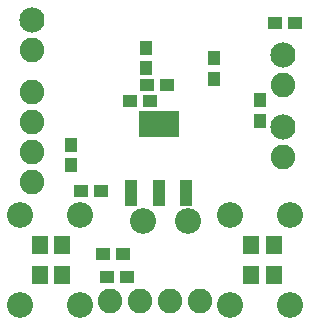
<source format=gbr>
G04 DipTrace 2.4.0.2*
%INTopMask.gbr*%
%MOIN*%
%ADD19O,0.087X0.085*%
%ADD41R,0.0473X0.0434*%
%ADD45R,0.0552X0.0631*%
%ADD47R,0.132X0.0886*%
%ADD49R,0.0414X0.0886*%
%ADD51R,0.0434X0.0473*%
%ADD53C,0.084*%
%ADD55C,0.082*%
%FSLAX44Y44*%
G04*
G70*
G90*
G75*
G01*
%LNTopMask*%
%LPD*%
D55*
X13500Y11870D3*
D53*
Y12870D3*
D51*
X6430Y9210D3*
Y9879D3*
D49*
X8454Y8268D3*
X9360D3*
X10266D3*
D47*
X9360Y10552D3*
D45*
X5400Y6520D3*
X6148D3*
X12450D3*
X13198D3*
D55*
X5150Y8620D3*
Y9620D3*
Y10620D3*
Y11620D3*
Y13020D3*
D53*
Y14020D3*
D41*
X9630Y11880D3*
X8961D3*
D45*
X12446Y5520D3*
X13194D3*
X5400D3*
X6148D3*
D55*
X13500Y9470D3*
D53*
Y10470D3*
D51*
X12740Y10680D3*
Y11349D3*
D55*
X10750Y4670D3*
X9750D3*
X8750D3*
X7750D3*
D41*
X8420Y11330D3*
X9089D3*
D51*
X8940Y13110D3*
Y12441D3*
D41*
X6760Y8340D3*
X7429D3*
D51*
X11190Y12080D3*
Y12749D3*
D41*
X7510Y6240D3*
X8179D3*
X7650Y5470D3*
X8319D3*
X13235Y13930D3*
X13905D3*
D19*
X4755Y7515D3*
X6745Y4515D3*
X4755Y4525D3*
X11755Y7515D3*
X13745Y7525D3*
X11755Y4525D3*
X13745D3*
X6735Y7515D3*
X8855Y7325D3*
X10355D3*
M02*

</source>
